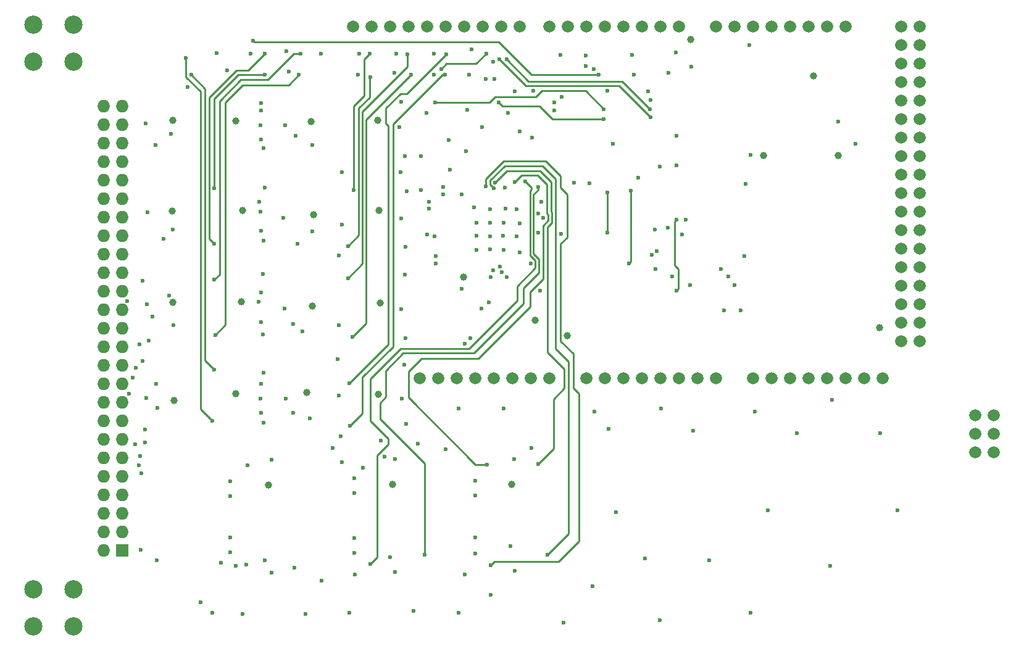
<source format=gbr>
G04 #@! TF.FileFunction,Copper,L3,Inr,Signal*
%FSLAX46Y46*%
G04 Gerber Fmt 4.6, Leading zero omitted, Abs format (unit mm)*
G04 Created by KiCad (PCBNEW 4.0.6-e0-6349~53~ubuntu16.04.1) date Sun Mar 26 23:02:30 2017*
%MOMM*%
%LPD*%
G01*
G04 APERTURE LIST*
%ADD10C,0.100000*%
%ADD11C,1.670000*%
%ADD12R,1.727200X1.727200*%
%ADD13O,1.727200X1.727200*%
%ADD14C,2.500000*%
%ADD15C,0.600000*%
%ADD16C,1.000000*%
%ADD17C,0.250000*%
G04 APERTURE END LIST*
D10*
D11*
X160020000Y-119380000D03*
X157480000Y-119380000D03*
X157480000Y-116840000D03*
X160020000Y-116840000D03*
X160020000Y-114300000D03*
X157480000Y-114300000D03*
X147320000Y-60960000D03*
X149860000Y-60960000D03*
X149860000Y-63500000D03*
X147320000Y-63500000D03*
X147320000Y-83820000D03*
X149860000Y-83820000D03*
X149860000Y-81280000D03*
X147320000Y-81280000D03*
X147320000Y-76200000D03*
X149860000Y-76200000D03*
X149860000Y-78740000D03*
X147320000Y-78740000D03*
X147320000Y-68580000D03*
X149860000Y-68580000D03*
X149860000Y-66040000D03*
X147320000Y-66040000D03*
X147320000Y-71120000D03*
X149860000Y-71120000D03*
X149860000Y-73660000D03*
X147320000Y-73660000D03*
X147320000Y-93980000D03*
X149860000Y-93980000D03*
X149860000Y-91440000D03*
X147320000Y-91440000D03*
X147320000Y-86360000D03*
X149860000Y-86360000D03*
X149860000Y-88900000D03*
X147320000Y-88900000D03*
X147320000Y-99060000D03*
X149860000Y-99060000D03*
X149860000Y-96520000D03*
X147320000Y-96520000D03*
X147320000Y-101600000D03*
X149860000Y-101600000D03*
X149860000Y-104140000D03*
X147320000Y-104140000D03*
X127000000Y-109220000D03*
X129540000Y-109220000D03*
X134620000Y-109220000D03*
X132080000Y-109220000D03*
X142240000Y-109220000D03*
X144780000Y-109220000D03*
X139700000Y-109220000D03*
X137160000Y-109220000D03*
X114300000Y-109220000D03*
X116840000Y-109220000D03*
X121920000Y-109220000D03*
X119380000Y-109220000D03*
X109220000Y-109220000D03*
X111760000Y-109220000D03*
X106680000Y-109220000D03*
X104140000Y-109220000D03*
X81280000Y-109220000D03*
X83820000Y-109220000D03*
X88900000Y-109220000D03*
X86360000Y-109220000D03*
X96520000Y-109220000D03*
X99060000Y-109220000D03*
X93980000Y-109220000D03*
X91440000Y-109220000D03*
X121920000Y-60960000D03*
X124460000Y-60960000D03*
X129540000Y-60960000D03*
X127000000Y-60960000D03*
X137160000Y-60960000D03*
X139700000Y-60960000D03*
X134620000Y-60960000D03*
X132080000Y-60960000D03*
X109220000Y-60960000D03*
X111760000Y-60960000D03*
X116840000Y-60960000D03*
X114300000Y-60960000D03*
X104140000Y-60960000D03*
X106680000Y-60960000D03*
X101600000Y-60960000D03*
X99060000Y-60960000D03*
X92456000Y-60960000D03*
X94996000Y-60960000D03*
X82296000Y-60960000D03*
X84836000Y-60960000D03*
X89916000Y-60960000D03*
X87376000Y-60960000D03*
X77216000Y-60960000D03*
X79756000Y-60960000D03*
X74676000Y-60960000D03*
X72136000Y-60960000D03*
D12*
X40462200Y-132880000D03*
D13*
X37922200Y-132880000D03*
X40462200Y-130340000D03*
X37922200Y-130340000D03*
X40462200Y-127800000D03*
X37922200Y-127800000D03*
X40462200Y-125260000D03*
X37922200Y-125260000D03*
X40462200Y-122720000D03*
X37922200Y-122720000D03*
X40462200Y-120180000D03*
X37922200Y-120180000D03*
X40462200Y-117640000D03*
X37922200Y-117640000D03*
X40462200Y-115100000D03*
X37922200Y-115100000D03*
X40462200Y-112560000D03*
X37922200Y-112560000D03*
X40462200Y-110020000D03*
X37922200Y-110020000D03*
X40462200Y-107480000D03*
X37922200Y-107480000D03*
X40462200Y-104940000D03*
X37922200Y-104940000D03*
X40462200Y-102400000D03*
X37922200Y-102400000D03*
X40462200Y-99860000D03*
X37922200Y-99860000D03*
X40462200Y-97320000D03*
X37922200Y-97320000D03*
X40462200Y-94780000D03*
X37922200Y-94780000D03*
X40462200Y-92240000D03*
X37922200Y-92240000D03*
X40462200Y-89700000D03*
X37922200Y-89700000D03*
X40462200Y-87160000D03*
X37922200Y-87160000D03*
X40462200Y-84620000D03*
X37922200Y-84620000D03*
X40462200Y-82080000D03*
X37922200Y-82080000D03*
X40462200Y-79540000D03*
X37922200Y-79540000D03*
X40462200Y-77000000D03*
X37922200Y-77000000D03*
X40462200Y-74460000D03*
X37922200Y-74460000D03*
X40462200Y-71920000D03*
X37922200Y-71920000D03*
D14*
X33720000Y-60710000D03*
X33720000Y-65790000D03*
X28280000Y-65790000D03*
X28280000Y-60710000D03*
X33720000Y-138210000D03*
X33720000Y-143290000D03*
X28280000Y-143290000D03*
X28280000Y-138210000D03*
D15*
X90902250Y-86080250D03*
X93000000Y-86000000D03*
X94577250Y-86080250D03*
X95000000Y-88000000D03*
X94577250Y-89755250D03*
X95000000Y-92000000D03*
X87000000Y-84000000D03*
X87000000Y-97000000D03*
X91000000Y-95400000D03*
X43000000Y-132800000D03*
X45200000Y-134200000D03*
X54000000Y-134600000D03*
X56000000Y-135000000D03*
X51200000Y-140000000D03*
X52800000Y-141400000D03*
X57000000Y-141600000D03*
X65600000Y-141600000D03*
X67800000Y-137000000D03*
X72400000Y-136200000D03*
X71600000Y-141400000D03*
X80400000Y-141200000D03*
X86600000Y-141400000D03*
X87400000Y-136200000D03*
X91000000Y-139000000D03*
X112200000Y-134000000D03*
X126600000Y-141400000D03*
X137600000Y-135000000D03*
X121000000Y-134200000D03*
X114200000Y-142400000D03*
X101000000Y-142800000D03*
X105000000Y-137800000D03*
X108200000Y-127600000D03*
X129000000Y-127400000D03*
X146800000Y-127400000D03*
X144400000Y-116800000D03*
X137800000Y-112200000D03*
X133000000Y-116800000D03*
X127200000Y-113800000D03*
X118800000Y-116400000D03*
X114400000Y-113400000D03*
X107200000Y-116200000D03*
X105200000Y-113800000D03*
X96600000Y-118800000D03*
X92800000Y-113400000D03*
X86600000Y-113400000D03*
X84800000Y-119000000D03*
X81000000Y-118200000D03*
X76400000Y-120000000D03*
X70600000Y-120800000D03*
X70400000Y-117200000D03*
X70200000Y-111600000D03*
X70000000Y-106600000D03*
X70200000Y-102000000D03*
X70200000Y-92400000D03*
X70600000Y-88200000D03*
X70600000Y-81000000D03*
X78600000Y-81000000D03*
X81400000Y-83400000D03*
X81400000Y-78800000D03*
X85400000Y-80600000D03*
X85200000Y-76600000D03*
X82200000Y-72800000D03*
X87800000Y-72400000D03*
X89800000Y-74800000D03*
X93400000Y-72800000D03*
X95000000Y-75400000D03*
X102400000Y-82400000D03*
X126000000Y-82600000D03*
X138700000Y-74000000D03*
X141000000Y-77100000D03*
X126600000Y-78600000D03*
X126500000Y-63500000D03*
D16*
X97100000Y-101300000D03*
D15*
X107800000Y-77100000D03*
X96700000Y-76200000D03*
X115400000Y-67300000D03*
X105100000Y-66800000D03*
X110400000Y-64900000D03*
X100600000Y-64900000D03*
X43650000Y-74250000D03*
X88900000Y-123300000D03*
X94200000Y-120300000D03*
X88900000Y-125300000D03*
X88900000Y-131100000D03*
X88900000Y-133300000D03*
X94300000Y-135700000D03*
X77900000Y-120300000D03*
X72300000Y-125000000D03*
X72300000Y-123000000D03*
X72300000Y-131200000D03*
X77900000Y-135800000D03*
X72300000Y-133200000D03*
X60900000Y-120400000D03*
X60900000Y-135900000D03*
X55300000Y-131100000D03*
X55300000Y-133100000D03*
X55300000Y-125400000D03*
X55300000Y-123400000D03*
X78450000Y-74750000D03*
X79250000Y-78750000D03*
X79475000Y-83625000D03*
X78725000Y-87300000D03*
X79300000Y-91250000D03*
X79200000Y-95050000D03*
X78675000Y-99750000D03*
X79300000Y-103750000D03*
X79150000Y-107375000D03*
X78775000Y-112000000D03*
X78700000Y-71300000D03*
X79375000Y-115475000D03*
X59750000Y-94900000D03*
X62725000Y-99700000D03*
X59125000Y-98725000D03*
X59750000Y-103250000D03*
X59875000Y-108500000D03*
X59425000Y-112000000D03*
X62850000Y-112050000D03*
X59850000Y-115325000D03*
X59825000Y-90325000D03*
X62525000Y-87250000D03*
X59425000Y-86400000D03*
X59975000Y-83050000D03*
X59500000Y-71500000D03*
X59850000Y-77700000D03*
X62775000Y-74500000D03*
X59425000Y-74500000D03*
X43775000Y-111975000D03*
X43850000Y-99100000D03*
X43900000Y-86475000D03*
X87566500Y-78105000D03*
X88709500Y-85788500D03*
X92739750Y-87917750D03*
X92710000Y-89725500D03*
X92739750Y-91592750D03*
X90868500Y-91567000D03*
X90902250Y-89755250D03*
X90932000Y-87884000D03*
X89064750Y-87917750D03*
X89027000Y-89725500D03*
X89064750Y-91592750D03*
D16*
X101500000Y-103400000D03*
X87300000Y-95400000D03*
D15*
X116500000Y-80000000D03*
X116500000Y-76000000D03*
X118500000Y-66500000D03*
X97500000Y-86600000D03*
X97500000Y-89300000D03*
D16*
X118450000Y-62750000D03*
D15*
X97950000Y-85050000D03*
X100647500Y-89408000D03*
X98200000Y-87200000D03*
X96456500Y-93535500D03*
X97800000Y-97200000D03*
X60000000Y-134200000D03*
X77200000Y-133800000D03*
D16*
X128400000Y-78700000D03*
X135300000Y-67800000D03*
D15*
X91300000Y-94400000D03*
X92900000Y-83100000D03*
X93700000Y-132300000D03*
D16*
X75700000Y-86250000D03*
X75825000Y-98900000D03*
X75525000Y-73850000D03*
X75600000Y-111425000D03*
X56950000Y-86175000D03*
X56775000Y-98725000D03*
X56050000Y-111350000D03*
X56025000Y-73975000D03*
X138700000Y-78700000D03*
X144300000Y-102300000D03*
X65800000Y-111200000D03*
X93900000Y-123800000D03*
X60500000Y-123900000D03*
X77500000Y-123800000D03*
X66675000Y-86850000D03*
X66525000Y-99325000D03*
X66350000Y-74050000D03*
X47375000Y-98850000D03*
X47275000Y-86300000D03*
X47575000Y-112325000D03*
X47396635Y-73813365D03*
D15*
X114200000Y-80200000D03*
X92300000Y-93900000D03*
X111250000Y-81750000D03*
X117750000Y-87500000D03*
X116500000Y-97250000D03*
X116500000Y-87500000D03*
X104500000Y-82500000D03*
X107000000Y-89250000D03*
X107000000Y-83750000D03*
X110250000Y-83500000D03*
X110000000Y-93500000D03*
X42700000Y-121200000D03*
X43100000Y-122300000D03*
X42900000Y-119900000D03*
X42200000Y-118300000D03*
X53400000Y-64600000D03*
X88000000Y-67600000D03*
X88400000Y-64100002D03*
X83200000Y-67600000D03*
X83200000Y-64700000D03*
X77800000Y-67300000D03*
X78000000Y-64700000D03*
X72800000Y-67600000D03*
X73000000Y-64700000D03*
X67700000Y-64700000D03*
X63300000Y-67200000D03*
X63000000Y-64400000D03*
X58100000Y-64700000D03*
X116400000Y-64500000D03*
X66170000Y-114720000D03*
X63930000Y-113980000D03*
X41360000Y-111360000D03*
X43590000Y-118050000D03*
X41870000Y-109190000D03*
X43600000Y-116240000D03*
X42330000Y-107840000D03*
X45270000Y-113330000D03*
X43260000Y-106880000D03*
X45140000Y-109990000D03*
X65200000Y-102800000D03*
X63900000Y-101800000D03*
X42800000Y-104600000D03*
X41150000Y-98650000D03*
X44050000Y-104050000D03*
X44600000Y-100800000D03*
X47500000Y-102000000D03*
X43200000Y-95900000D03*
X46900000Y-97900000D03*
X64500000Y-90800000D03*
X66500000Y-89100000D03*
X46100000Y-90100000D03*
X47400000Y-88800000D03*
X66500000Y-77250000D03*
X64250000Y-76000000D03*
X47125000Y-75750000D03*
X45000000Y-77250000D03*
X91000000Y-134900000D03*
X90300000Y-82900000D03*
X91400000Y-83200000D03*
X98800000Y-133500000D03*
X97500000Y-121000000D03*
X91600000Y-82400000D03*
X90500000Y-121100000D03*
X94300000Y-82300000D03*
X74500000Y-134700000D03*
X95700000Y-82200000D03*
X97500000Y-83000000D03*
X81900000Y-133500000D03*
X87400000Y-104500000D03*
X75900000Y-117800000D03*
X88200000Y-103700000D03*
X73500000Y-121500000D03*
X89700000Y-99700000D03*
X57500000Y-134800000D03*
X64100000Y-135200000D03*
X92500000Y-94700000D03*
X69300000Y-118800000D03*
X93200000Y-95400000D03*
X90700000Y-98800000D03*
X57600000Y-121200000D03*
X59500000Y-76500000D03*
X84500000Y-84000000D03*
X84500000Y-83000000D03*
X59500000Y-72500000D03*
X59500000Y-89000000D03*
X82500000Y-86000000D03*
X82500000Y-85000000D03*
X59250000Y-85000000D03*
X83250000Y-89750000D03*
X59500000Y-101500000D03*
X59500000Y-97500000D03*
X82250000Y-89500000D03*
X83500000Y-93500000D03*
X59500000Y-114000000D03*
X59500000Y-110000000D03*
X83500000Y-92500000D03*
X58400000Y-62900000D03*
X105800000Y-67600000D03*
X83400000Y-71400000D03*
X106500000Y-72300000D03*
X106500000Y-73700000D03*
X92100000Y-71400000D03*
X54800000Y-67000000D03*
X107000000Y-69800000D03*
X112900000Y-71100000D03*
X91300000Y-65800000D03*
X72200000Y-83400000D03*
X74400000Y-64700000D03*
X112800000Y-72300000D03*
X93200000Y-65500000D03*
X53100000Y-90800000D03*
X60000000Y-64700000D03*
X84200000Y-66800000D03*
X90400000Y-64700000D03*
X112600000Y-69900000D03*
X71400000Y-91100000D03*
X74500000Y-67900000D03*
X112900000Y-73400000D03*
X92200000Y-65500000D03*
X60000000Y-67600000D03*
X53100000Y-83200000D03*
X94300000Y-69900000D03*
X64700000Y-67600000D03*
X53200000Y-103300000D03*
X91500000Y-68200000D03*
X71400000Y-95500000D03*
X79600000Y-64800000D03*
X90300000Y-68200000D03*
X72000000Y-103600000D03*
X80100000Y-67600000D03*
X96800000Y-69800000D03*
X53100000Y-95700000D03*
X64900000Y-64700000D03*
X100700000Y-70600000D03*
X71600000Y-109900000D03*
X84900000Y-64800000D03*
X99700000Y-71400000D03*
X49200000Y-65300000D03*
X52800000Y-115100000D03*
X84700000Y-67600000D03*
X71700000Y-115800000D03*
X99700000Y-72500000D03*
X49400000Y-69300000D03*
X53100000Y-108100000D03*
X49900000Y-67600000D03*
X118300000Y-96500000D03*
X124400000Y-96500000D03*
X125800000Y-92500000D03*
X113100000Y-92300000D03*
X117200000Y-89500000D03*
X113800000Y-91800000D03*
X125300000Y-99900000D03*
X123000000Y-99900000D03*
X115300000Y-88600000D03*
X113500000Y-88800000D03*
X123600000Y-95300000D03*
X115900000Y-95300000D03*
X122600000Y-94300000D03*
X113600000Y-94300000D03*
X104000000Y-65000000D03*
X110600000Y-67600000D03*
X104000000Y-66400000D03*
D17*
X116750000Y-97000000D02*
X116500000Y-97250000D01*
X116750000Y-94250000D02*
X116750000Y-97000000D01*
X116250000Y-93750000D02*
X116750000Y-94250000D01*
X116250000Y-87750000D02*
X116250000Y-93750000D01*
X116500000Y-87500000D02*
X116250000Y-87750000D01*
X107000000Y-83750000D02*
X107000000Y-89250000D01*
X110250000Y-83500000D02*
X110250000Y-93250000D01*
X110250000Y-93250000D02*
X110000000Y-93500000D01*
X91000000Y-134900000D02*
X91500000Y-134400000D01*
X91500000Y-134400000D02*
X100300000Y-134400000D01*
X100300000Y-134400000D02*
X103100000Y-131600000D01*
X103100000Y-131600000D02*
X103100000Y-111400000D01*
X103100000Y-111400000D02*
X102300000Y-110600000D01*
X102300000Y-110600000D02*
X102300000Y-105900000D01*
X102300000Y-105900000D02*
X100600000Y-104200000D01*
X100600000Y-104200000D02*
X100600000Y-90800000D01*
X100600000Y-90800000D02*
X101500000Y-89900000D01*
X101500000Y-89900000D02*
X101500000Y-84000000D01*
X101500000Y-84000000D02*
X100600000Y-83100000D01*
X100600000Y-83100000D02*
X100600000Y-81500000D01*
X100600000Y-81500000D02*
X98500000Y-79400000D01*
X98500000Y-79400000D02*
X92800000Y-79400000D01*
X92800000Y-79400000D02*
X90300000Y-81900000D01*
X90300000Y-81900000D02*
X90300000Y-82900000D01*
X99900000Y-105200000D02*
X99900000Y-81900000D01*
X91400000Y-83200000D02*
X90900000Y-82700000D01*
X90900000Y-82700000D02*
X90900000Y-82100000D01*
X90900000Y-82100000D02*
X92900000Y-80100000D01*
X92900000Y-80100000D02*
X98100000Y-80100000D01*
X98100000Y-80100000D02*
X99900000Y-81900000D01*
X99900000Y-105200000D02*
X101700000Y-107000000D01*
X101700000Y-107000000D02*
X101700000Y-130600000D01*
X101700000Y-130600000D02*
X98800000Y-133500000D01*
X99300000Y-82300000D02*
X99300000Y-86400000D01*
X99600000Y-118900000D02*
X97500000Y-121000000D01*
X101100000Y-108000000D02*
X101100000Y-110600000D01*
X101100000Y-110600000D02*
X99600000Y-112100000D01*
X99600000Y-112100000D02*
X99600000Y-118900000D01*
X99300000Y-106200000D02*
X100800000Y-107700000D01*
X97800000Y-80800000D02*
X99300000Y-82300000D01*
X93200000Y-80800000D02*
X97800000Y-80800000D01*
X91600000Y-82400000D02*
X93200000Y-80800000D01*
X100800000Y-107700000D02*
X101100000Y-108000000D01*
X98800000Y-105700000D02*
X99300000Y-106200000D01*
X98800000Y-88500000D02*
X98800000Y-105700000D01*
X99400000Y-87900000D02*
X98800000Y-88500000D01*
X99400000Y-86500000D02*
X99400000Y-87900000D01*
X99300000Y-86400000D02*
X99400000Y-86500000D01*
X98700000Y-82700000D02*
X98700000Y-86600000D01*
X98200000Y-95600000D02*
X96400000Y-97400000D01*
X96400000Y-97400000D02*
X96400000Y-99400000D01*
X96400000Y-99400000D02*
X89300000Y-106500000D01*
X89300000Y-106500000D02*
X81500000Y-106500000D01*
X81500000Y-106500000D02*
X79700000Y-108300000D01*
X79700000Y-108300000D02*
X79700000Y-111900000D01*
X79700000Y-111900000D02*
X88900000Y-121100000D01*
X88900000Y-121100000D02*
X90500000Y-121100000D01*
X98700000Y-86600000D02*
X98900000Y-86800000D01*
X98900000Y-86800000D02*
X98900000Y-87600000D01*
X98900000Y-87600000D02*
X98200000Y-88300000D01*
X98200000Y-88300000D02*
X98200000Y-95600000D01*
X97400000Y-81400000D02*
X98700000Y-82700000D01*
X95200000Y-81400000D02*
X97400000Y-81400000D01*
X94300000Y-82300000D02*
X95200000Y-81400000D01*
X96600000Y-83100000D02*
X96600000Y-83342500D01*
X74500000Y-134700000D02*
X75400000Y-133800000D01*
X75400000Y-133800000D02*
X75400000Y-119800000D01*
X75400000Y-119800000D02*
X76900000Y-118300000D01*
X76900000Y-118300000D02*
X76900000Y-117500000D01*
X76900000Y-117500000D02*
X74500000Y-115100000D01*
X74500000Y-115100000D02*
X74500000Y-109300000D01*
X74500000Y-109300000D02*
X78600000Y-105200000D01*
X78600000Y-105200000D02*
X88000000Y-105200000D01*
X88000000Y-105200000D02*
X94600000Y-98600000D01*
X94600000Y-98600000D02*
X94600000Y-96600000D01*
X94600000Y-96600000D02*
X97100000Y-94100000D01*
X96600000Y-83342500D02*
X96400000Y-83542500D01*
X96400000Y-83542500D02*
X96400000Y-92400000D01*
X96400000Y-92400000D02*
X97100000Y-93100000D01*
X97100000Y-93100000D02*
X97100000Y-94100000D01*
X95700000Y-82200000D02*
X96600000Y-83100000D01*
X97500000Y-83000000D02*
X97500000Y-83400000D01*
X97600000Y-92900000D02*
X97600000Y-94800000D01*
X96850002Y-92150002D02*
X97600000Y-92900000D01*
X96850002Y-84049998D02*
X96850002Y-92150002D01*
X97500000Y-83400000D02*
X96850002Y-84049998D01*
X95500000Y-96900000D02*
X97600000Y-94800000D01*
X95500000Y-99000000D02*
X95500000Y-96900000D01*
X88700000Y-105800000D02*
X95500000Y-99000000D01*
X79000000Y-105800000D02*
X88700000Y-105800000D01*
X76600000Y-108200000D02*
X79000000Y-105800000D01*
X76600000Y-111800000D02*
X76600000Y-108200000D01*
X75800000Y-112600000D02*
X76600000Y-111800000D01*
X75800000Y-114800000D02*
X75800000Y-112600000D01*
X81900000Y-120900000D02*
X75800000Y-114800000D01*
X81900000Y-133500000D02*
X81900000Y-120900000D01*
X58400000Y-62900000D02*
X58600000Y-63100000D01*
X58600000Y-63100000D02*
X92100000Y-63100000D01*
X92100000Y-63100000D02*
X96600000Y-67600000D01*
X96600000Y-67600000D02*
X105800000Y-67600000D01*
X90800000Y-71400000D02*
X83400000Y-71400000D01*
X91600000Y-70600000D02*
X90800000Y-71400000D01*
X97200000Y-70600000D02*
X91600000Y-70600000D01*
X98000000Y-69800000D02*
X97200000Y-70600000D01*
X104000000Y-69800000D02*
X98000000Y-69800000D01*
X106500000Y-72300000D02*
X104000000Y-69800000D01*
X99500000Y-73700000D02*
X106500000Y-73700000D01*
X97700000Y-71900000D02*
X99500000Y-73700000D01*
X92600000Y-71900000D02*
X97700000Y-71900000D01*
X92100000Y-71400000D02*
X92600000Y-71900000D01*
X72200000Y-83400000D02*
X72200000Y-71900000D01*
X72200000Y-71900000D02*
X73600000Y-70500000D01*
X73600000Y-70500000D02*
X73600000Y-65500000D01*
X73600000Y-65500000D02*
X74400000Y-64700000D01*
X109000000Y-68500000D02*
X112800000Y-72300000D01*
X96200000Y-68500000D02*
X109000000Y-68500000D01*
X93200000Y-65500000D02*
X96200000Y-68500000D01*
X52400000Y-90100000D02*
X53100000Y-90800000D01*
X52400000Y-70700000D02*
X52400000Y-90100000D01*
X56100000Y-67000000D02*
X52400000Y-70700000D01*
X57700000Y-67000000D02*
X56100000Y-67000000D01*
X60000000Y-64700000D02*
X57700000Y-67000000D01*
X84200000Y-66800000D02*
X84900000Y-66100000D01*
X84900000Y-66100000D02*
X89000000Y-66100000D01*
X89000000Y-66100000D02*
X90400000Y-64700000D01*
X72900000Y-89600000D02*
X71400000Y-91100000D01*
X72900000Y-72200000D02*
X72900000Y-89600000D01*
X74400000Y-70700000D02*
X72900000Y-72200000D01*
X74400000Y-68000000D02*
X74400000Y-70700000D01*
X74500000Y-67900000D02*
X74400000Y-68000000D01*
X108600000Y-69100000D02*
X112900000Y-73400000D01*
X95800000Y-69100000D02*
X108600000Y-69100000D01*
X92200000Y-65500000D02*
X95800000Y-69100000D01*
X56400000Y-67600000D02*
X60000000Y-67600000D01*
X53100000Y-70900000D02*
X56400000Y-67600000D01*
X53100000Y-74800000D02*
X53100000Y-70900000D01*
X53100000Y-83200000D02*
X53100000Y-74800000D01*
X63300000Y-69000000D02*
X64700000Y-67600000D01*
X57000000Y-69000000D02*
X63300000Y-69000000D01*
X54600000Y-71400000D02*
X57000000Y-69000000D01*
X54600000Y-101900000D02*
X54600000Y-71400000D01*
X53200000Y-103300000D02*
X54600000Y-101900000D01*
X71400000Y-95500000D02*
X73400000Y-93500000D01*
X73400000Y-93500000D02*
X73400000Y-72700000D01*
X73400000Y-72700000D02*
X79600000Y-66500000D01*
X79600000Y-66500000D02*
X79600000Y-64800000D01*
X73900000Y-101700000D02*
X72000000Y-103600000D01*
X73900000Y-73800000D02*
X73900000Y-101700000D01*
X80100000Y-67600000D02*
X73900000Y-73800000D01*
X53800000Y-95000000D02*
X53100000Y-95700000D01*
X53800000Y-71200000D02*
X53800000Y-95000000D01*
X56700000Y-68300000D02*
X53800000Y-71200000D01*
X60400000Y-68300000D02*
X56700000Y-68300000D01*
X60900000Y-67800000D02*
X60400000Y-68300000D01*
X60900000Y-67800000D02*
X60900000Y-67800000D01*
X64000000Y-64700000D02*
X60900000Y-67800000D01*
X64900000Y-64700000D02*
X64000000Y-64700000D01*
X76900000Y-104600000D02*
X71600000Y-109900000D01*
X76900000Y-74600000D02*
X76900000Y-104600000D01*
X76600000Y-74300000D02*
X76900000Y-74600000D01*
X76600000Y-72200000D02*
X76600000Y-74300000D01*
X78600000Y-70200000D02*
X76600000Y-72200000D01*
X79500000Y-70200000D02*
X78600000Y-70200000D01*
X84900000Y-64800000D02*
X79500000Y-70200000D01*
X49200000Y-67900000D02*
X49200000Y-65300000D01*
X51200000Y-69900000D02*
X49200000Y-67900000D01*
X51200000Y-113500000D02*
X51200000Y-69900000D01*
X52800000Y-115100000D02*
X51200000Y-113500000D01*
X84400000Y-67600000D02*
X84700000Y-67600000D01*
X77600000Y-74400000D02*
X84400000Y-67600000D01*
X77600000Y-104900000D02*
X77600000Y-74400000D01*
X73400000Y-109100000D02*
X77600000Y-104900000D01*
X73400000Y-114100000D02*
X73400000Y-109100000D01*
X71700000Y-115800000D02*
X73400000Y-114100000D01*
X51800000Y-106800000D02*
X53100000Y-108100000D01*
X51800000Y-69500000D02*
X51800000Y-106800000D01*
X49900000Y-67600000D02*
X51800000Y-69500000D01*
M02*

</source>
